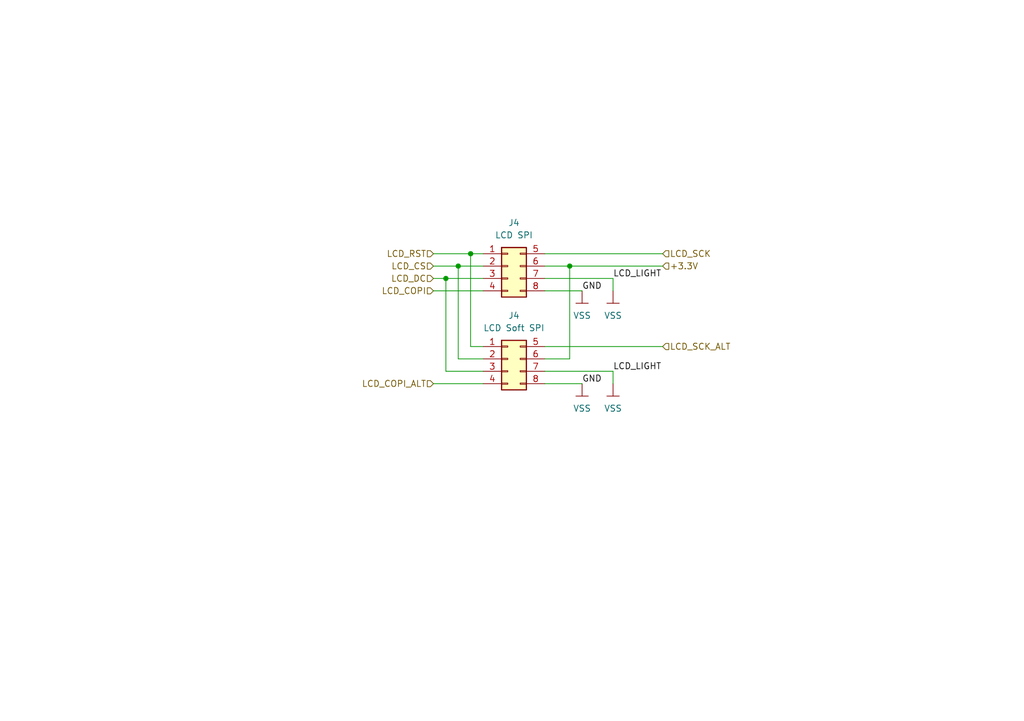
<source format=kicad_sch>
(kicad_sch (version 20230121) (generator eeschema)
  (paper "A5")
  (title_block (title "Projet Barbapapa") (date "2023-06-19") (rev "0.1") (company "Téo-CD"))
  (lib_symbols
    (symbol "00_PowerSymboles:VSS" (power) (pin_numbers hide) (pin_names hide) (in_bom no) (on_board no)
      (property "Value" "VSS" (at 0 -3.81 0))
      (symbol "VSS_0_1"
        (polyline (pts (xy -1.27 -2.54) (xy 1.27 -2.54)))
      )
      (symbol "VSS_1_1"
        (pin power_in line (at 0 0 270) (length 2.54) (name "VSS") (number "VSS"))
      )
    )
    (symbol "Connector_Generic:Conn_02x04_Top_Bottom" (pin_names (offset 1.016) hide)
      (property "Reference" "J" (at 1.27 5.08 0))
      (property "Value" "Conn_02x04_Top_Bottom" (at 1.27 -7.62 0))
      (symbol "Conn_02x04_Top_Bottom_1_1"
        (rectangle (start -1.27 -4.953) (end 0 -5.207) (stroke (width 0.1524)))
        (rectangle (start -1.27 -2.413) (end 0 -2.667) (stroke (width 0.1524)))
        (rectangle (start -1.27 0.127) (end 0 -0.127) (stroke (width 0.1524)))
        (rectangle (start -1.27 2.667) (end 0 2.413) (stroke (width 0.1524)))
        (rectangle (start -1.27 3.81) (end 3.81 -6.35) (stroke (width 0.254)) (fill (type background)))
        (rectangle (start 3.81 -4.953) (end 2.54 -5.207) (stroke (width 0.1524)))
        (rectangle (start 3.81 -2.413) (end 2.54 -2.667) (stroke (width 0.1524)))
        (rectangle (start 3.81 0.127) (end 2.54 -0.127) (stroke (width 0.1524)))
        (rectangle (start 3.81 2.667) (end 2.54 2.413) (stroke (width 0.1524)))
        (pin passive line (at -5.08 2.54 0) (length 3.81) (name "Pin_1") (number "1"))
        (pin passive line (at -5.08 0 0) (length 3.81) (name "Pin_2") (number "2"))
        (pin passive line (at -5.08 -2.54 0) (length 3.81) (name "Pin_3") (number "3"))
        (pin passive line (at -5.08 -5.08 0) (length 3.81) (name "Pin_4") (number "4"))
        (pin passive line (at 7.62 2.54 180) (length 3.81) (name "Pin_5") (number "5"))
        (pin passive line (at 7.62 0 180) (length 3.81) (name "Pin_6") (number "6"))
        (pin passive line (at 7.62 -2.54 180) (length 3.81) (name "Pin_7") (number "7"))
        (pin passive line (at 7.62 -5.08 180) (length 3.81) (name "Pin_8") (number "8"))
      )
    )
  )
  (junction (at 91.44 57.15))
  (junction (at 116.84 54.61))
  (junction (at 96.52 52.07))
  (junction (at 93.98 54.61))
  (wire (pts (xy 88.9 78.74) (xy 99.06 78.74)))
  (wire (pts (xy 93.98 73.66) (xy 93.98 54.61)))
  (wire (pts (xy 111.76 78.74) (xy 119.38 78.74)))
  (wire (pts (xy 96.52 52.07) (xy 99.06 52.07)))
  (wire (pts (xy 111.76 52.07) (xy 135.89 52.07)))
  (wire (pts (xy 88.9 59.69) (xy 99.06 59.69)))
  (wire (pts (xy 111.76 73.66) (xy 116.84 73.66)))
  (wire (pts (xy 111.76 76.2) (xy 125.73 76.2)))
  (wire (pts (xy 91.44 76.2) (xy 91.44 57.15)))
  (wire (pts (xy 88.9 57.15) (xy 91.44 57.15)))
  (wire (pts (xy 99.06 76.2) (xy 91.44 76.2)))
  (wire (pts (xy 111.76 54.61) (xy 116.84 54.61)))
  (wire (pts (xy 88.9 54.61) (xy 93.98 54.61)))
  (wire (pts (xy 111.76 59.69) (xy 119.38 59.69)))
  (wire (pts (xy 125.73 57.15) (xy 125.73 59.69)))
  (wire (pts (xy 88.9 52.07) (xy 96.52 52.07)))
  (wire (pts (xy 99.06 73.66) (xy 93.98 73.66)))
  (wire (pts (xy 125.73 76.2) (xy 125.73 78.74)))
  (wire (pts (xy 99.06 71.12) (xy 96.52 71.12)))
  (wire (pts (xy 96.52 71.12) (xy 96.52 52.07)))
  (wire (pts (xy 135.89 71.12) (xy 111.76 71.12)))
  (wire (pts (xy 111.76 57.15) (xy 125.73 57.15)))
  (wire (pts (xy 116.84 54.61) (xy 135.89 54.61)))
  (wire (pts (xy 116.84 73.66) (xy 116.84 54.61)))
  (wire (pts (xy 93.98 54.61) (xy 99.06 54.61)))
  (wire (pts (xy 91.44 57.15) (xy 99.06 57.15)))
  (label "LCD_LIGHT" (at 125.73 57.15 0))
  (label "GND" (at 119.38 78.74 0))
  (label "LCD_LIGHT" (at 125.73 76.2 0))
  (label "GND" (at 119.38 59.69 0))
  (hierarchical_label "LCD_RST" (shape input) (at 88.9 52.07 180))
  (hierarchical_label "LCD_SCK_ALT" (shape input) (at 135.89 71.12 0))
  (hierarchical_label "LCD_COPI" (shape input) (at 88.9 59.69 180))
  (hierarchical_label "LCD_DC" (shape input) (at 88.9 57.15 180))
  (hierarchical_label "LCD_COPI_ALT" (shape input) (at 88.9 78.74 180))
  (hierarchical_label "+3.3V" (shape input) (at 135.89 54.61 0))
  (hierarchical_label "LCD_CS" (shape input) (at 88.9 54.61 180))
  (hierarchical_label "LCD_SCK" (shape input) (at 135.89 52.07 0))
  (symbol (lib_id "Connector_Generic:Conn_02x04_Top_Bottom") (at 104.14 54.61 0) (unit 1)
    (property "Reference" "J4" (at 105.41 45.72 0))
    (property "Value" "LCD SPI" (at 105.41 48.26 0))
    (property "Footprint" "Connector_PinHeader_2.54mm:PinHeader_1x08_P2.54mm_Vertical" (effects hide))
  )
  (symbol (lib_id "00_PowerSymboles:VSS") (at 125.73 78.74 0) (unit 1) (in_bom no) (on_board no)
    (property "Reference" "VSS02" (effects hide))
    (property "Value" "VSS" (at 125.73 83.82 0))
    (instances (project "Projet_JIN" (path "" (reference "VSS02") (unit 1)) (path "" (reference "#VSS0103") (unit 1))))
  )
  (symbol (lib_id "Connector_Generic:Conn_02x04_Top_Bottom") (at 104.14 73.66 0) (unit 1)
    (property "Reference" "J4" (at 105.41 64.77 0))
    (property "Value" "LCD Soft SPI" (at 105.41 67.31 0))
    (property "Footprint" "Connector_PinHeader_2.54mm:PinHeader_1x08_P2.54mm_Vertical" (effects hide))
    (instances (project "Projet_JIN" (path "" (reference "J4") (unit 1)) (path "" (reference "J5") (unit 1))))
  )
  (symbol (lib_id "00_PowerSymboles:VSS") (at 119.38 78.74 0) (unit 1) (in_bom no) (on_board no)
    (property "Reference" "VSS01" (effects hide))
    (property "Value" "VSS" (at 119.38 83.82 0))
    (instances (project "Projet_JIN" (path "" (reference "VSS01") (unit 1)) (path "" (reference "#VSS0104") (unit 1))))
  )
  (symbol (lib_id "00_PowerSymboles:VSS") (at 119.38 59.69 0) (unit 1) (in_bom no) (on_board no)
    (property "Reference" "VSS01" (effects hide))
    (property "Value" "VSS" (at 119.38 64.77 0))
    (instances (project "Projet_JIN" (path "" (reference "VSS01") (unit 1)) (path "" (reference "#VSS0105") (unit 1))))
  )
  (symbol (lib_id "00_PowerSymboles:VSS") (at 125.73 59.69 0) (unit 1) (in_bom no) (on_board no)
    (property "Reference" "VSS02" (effects hide))
    (property "Value" "VSS" (at 125.73 64.77 0))
    (instances (project "Projet_JIN" (path "" (reference "VSS02") (unit 1)) (path "" (reference "#VSS0106") (unit 1))))
  )
)
</source>
